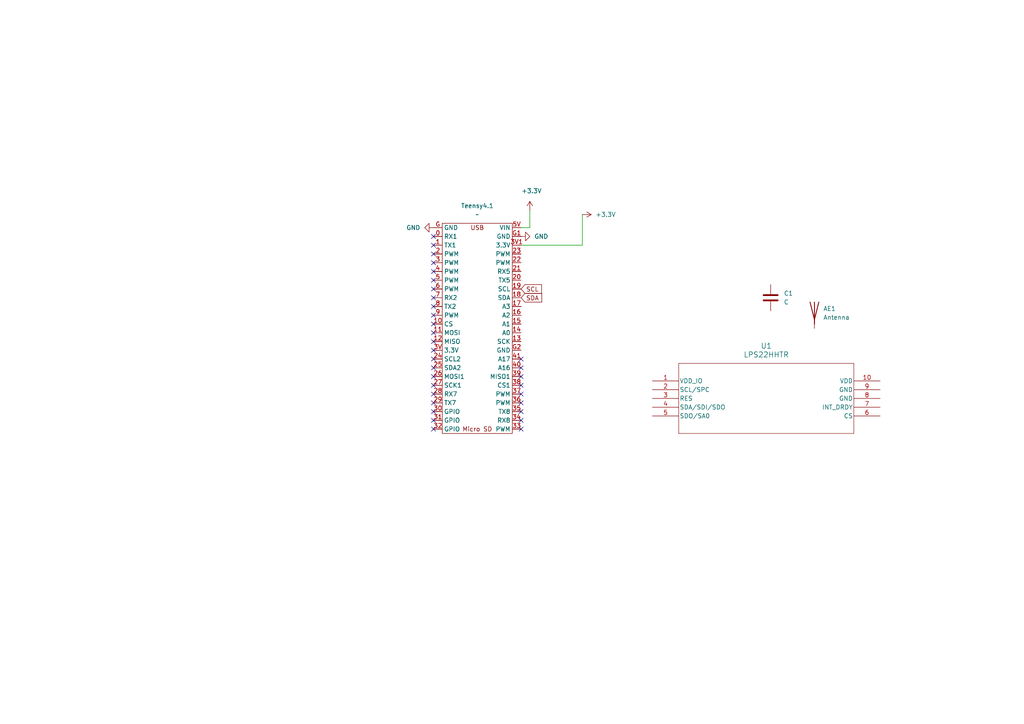
<source format=kicad_sch>
(kicad_sch (version 20250114) (generator "eeschema") (generator_version "9.0")
  (paper "A4")
  (lib_symbols
    (symbol "Device:Antenna" (pin_numbers (hide yes)) (pin_names (offset 1.016) (hide yes))
      (property "Reference" "AE" (at -1.905 1.905 0))
      (property "Value" "Antenna" (at -1.905 0 0))
      (symbol "Antenna_0_1"
        (polyline (pts (xy 0 2.54) (xy 0 -3.81)) (stroke (width 0.254)))
        (polyline (pts (xy 1.27 2.54) (xy 0 -2.54) (xy -1.27 2.54)) (stroke (width 0.254)))
      )
      (symbol "Antenna_1_1"
        (pin input line (at 0 -5.08 90) (length 2.54) (name "A") (number "1"))
      )
    )
    (symbol "Device:C" (pin_numbers (hide yes)) (pin_names (offset 0.254))
      (property "Reference" "C" (at 0.635 2.54 0))
      (property "Value" "C" (at 0.635 -2.54 0))
      (symbol "C_0_1"
        (polyline (pts (xy -2.032 0.762) (xy 2.032 0.762)) (stroke (width 0.508)))
        (polyline (pts (xy -2.032 -0.762) (xy 2.032 -0.762)) (stroke (width 0.508)))
      )
      (symbol "C_1_1"
        (pin passive line (at 0 3.81 270) (length 2.794) (name "~") (number "1"))
        (pin passive line (at 0 -3.81 90) (length 2.794) (name "~") (number "2"))
      )
    )
    (symbol "my-custom-library:LPS22HHTR" (pin_names (offset 0.254))
      (property "Reference" "U" (at 33.02 10.16 0))
      (property "Value" "LPS22HHTR" (at 33.02 7.62 0))
      (symbol "LPS22HHTR_0_1"
        (polyline (pts (xy 7.62 5.08) (xy 7.62 -15.24)) (stroke (width 0.127)))
        (polyline (pts (xy 7.62 -15.24) (xy 58.42 -15.24)) (stroke (width 0.127)))
        (polyline (pts (xy 58.42 5.08) (xy 7.62 5.08)) (stroke (width 0.127)))
        (polyline (pts (xy 58.42 -15.24) (xy 58.42 5.08)) (stroke (width 0.127)))
        (pin power_in line (at 0 0 0) (length 7.62) (name "VDD_IO") (number "1"))
        (pin unspecified line (at 0 -2.54 0) (length 7.62) (name "SCL/SPC") (number "2"))
        (pin unspecified line (at 0 -5.08 0) (length 7.62) (name "RES") (number "3"))
        (pin unspecified line (at 0 -7.62 0) (length 7.62) (name "SDA/SDI/SDO") (number "4"))
        (pin unspecified line (at 0 -10.16 0) (length 7.62) (name "SDO/SA0") (number "5"))
        (pin power_in line (at 66.04 0 180) (length 7.62) (name "VDD") (number "10"))
        (pin power_out line (at 66.04 -2.54 180) (length 7.62) (name "GND") (number "9"))
        (pin power_out line (at 66.04 -5.08 180) (length 7.62) (name "GND") (number "8"))
        (pin unspecified line (at 66.04 -7.62 180) (length 7.62) (name "INT_DRDY") (number "7"))
        (pin unspecified line (at 66.04 -10.16 180) (length 7.62) (name "CS") (number "6"))
      )
    )
    (symbol "my-custom-library:Teensy4.1"
      (property "Reference" "Teensy4.1" (at 0 0 90))
      (symbol "Teensy4.1_0_1"
        (rectangle (start -10.16 30.48) (end 10.16 -30.48))
      )
      (symbol "Teensy4.1_1_1"
        (text "USB" (at 0 29.21 0) (effects (font (size 1.27 1.27))))
        (text "Micro SD" (at 0 -29.21 0) (effects (font (size 1.27 1.27))))
        (pin input line (at -12.7 29.21 0) (length 2.54) (name "GND") (number "G"))
        (pin input line (at -12.7 26.67 0) (length 2.54) (name "RX1") (number "0"))
        (pin input line (at -12.7 24.13 0) (length 2.54) (name "TX1") (number "1"))
        (pin input line (at -12.7 21.59 0) (length 2.54) (name "PWM") (number "2"))
        (pin input line (at -12.7 19.05 0) (length 2.54) (name "PWM") (number "3"))
        (pin input line (at -12.7 16.51 0) (length 2.54) (name "PWM") (number "4"))
        (pin input line (at -12.7 13.97 0) (length 2.54) (name "PWM") (number "5"))
        (pin input line (at -12.7 11.43 0) (length 2.54) (name "PWM") (number "6"))
        (pin input line (at -12.7 8.89 0) (length 2.54) (name "RX2") (number "7"))
        (pin input line (at -12.7 6.35 0) (length 2.54) (name "TX2") (number "8"))
        (pin input line (at -12.7 3.81 0) (length 2.54) (name "PWM") (number "9"))
        (pin input line (at -12.7 1.27 0) (length 2.54) (name "CS") (number "10"))
        (pin input line (at -12.7 -1.27 0) (length 2.54) (name "MOSI") (number "11"))
        (pin input line (at -12.7 -3.81 0) (length 2.54) (name "MISO") (number "12"))
        (pin input line (at -12.7 -6.35 0) (length 2.54) (name "3.3V") (number "3V"))
        (pin input line (at -12.7 -8.89 0) (length 2.54) (name "SCL2") (number "24"))
        (pin input line (at -12.7 -11.43 0) (length 2.54) (name "SDA2") (number "25"))
        (pin input line (at -12.7 -13.97 0) (length 2.54) (name "MOSI1") (number "26"))
        (pin input line (at -12.7 -16.51 0) (length 2.54) (name "SCK1") (number "27"))
        (pin input line (at -12.7 -19.05 0) (length 2.54) (name "RX7") (number "28"))
        (pin input line (at -12.7 -21.59 0) (length 2.54) (name "TX7") (number "29"))
        (pin input line (at -12.7 -24.13 0) (length 2.54) (name "GPIO") (number "30"))
        (pin input line (at -12.7 -26.67 0) (length 2.54) (name "GPIO") (number "31"))
        (pin input line (at -12.7 -29.21 0) (length 2.54) (name "GPIO") (number "32"))
        (pin input line (at 12.7 29.21 180) (length 2.54) (name "VIN") (number "5V"))
        (pin input line (at 12.7 26.67 180) (length 2.54) (name "GND") (number "G1"))
        (pin input line (at 12.7 24.13 180) (length 2.54) (name "3.3V") (number "3V1"))
        (pin input line (at 12.7 21.59 180) (length 2.54) (name "PWM") (number "23"))
        (pin input line (at 12.7 19.05 180) (length 2.54) (name "PWM") (number "22"))
        (pin input line (at 12.7 16.51 180) (length 2.54) (name "RX5") (number "21"))
        (pin input line (at 12.7 13.97 180) (length 2.54) (name "TX5") (number "20"))
        (pin input line (at 12.7 11.43 180) (length 2.54) (name "SCL") (number "19"))
        (pin input line (at 12.7 8.89 180) (length 2.54) (name "SDA") (number "18"))
        (pin input line (at 12.7 6.35 180) (length 2.54) (name "A3") (number "17"))
        (pin input line (at 12.7 3.81 180) (length 2.54) (name "A2") (number "16"))
        (pin input line (at 12.7 1.27 180) (length 2.54) (name "A1") (number "15"))
        (pin input line (at 12.7 -1.27 180) (length 2.54) (name "A0") (number "14"))
        (pin input line (at 12.7 -3.81 180) (length 2.54) (name "SCK") (number "13"))
        (pin input line (at 12.7 -6.35 180) (length 2.54) (name "GND") (number "G2"))
        (pin input line (at 12.7 -8.89 180) (length 2.54) (name "A17") (number "41"))
        (pin input line (at 12.7 -11.43 180) (length 2.54) (name "A16") (number "40"))
        (pin input line (at 12.7 -13.97 180) (length 2.54) (name "MISO1") (number "39"))
        (pin input line (at 12.7 -16.51 180) (length 2.54) (name "CS1") (number "38"))
        (pin input line (at 12.7 -19.05 180) (length 2.54) (name "PWM") (number "37"))
        (pin input line (at 12.7 -21.59 180) (length 2.54) (name "PWM") (number "36"))
        (pin input line (at 12.7 -24.13 180) (length 2.54) (name "TX8") (number "35"))
        (pin input line (at 12.7 -26.67 180) (length 2.54) (name "RX8") (number "34"))
        (pin input line (at 12.7 -29.21 180) (length 2.54) (name "PWM") (number "33"))
      )
    )
    (symbol "power:+3.3V" (power) (pin_numbers (hide yes)) (pin_names (offset 0) (hide yes))
      (property "Value" "+3.3V" (at 0 3.556 0))
      (symbol "+3.3V_0_1"
        (polyline (pts (xy -0.762 1.27) (xy 0 2.54)))
        (polyline (pts (xy 0 2.54) (xy 0.762 1.27)))
        (polyline (pts (xy 0 0) (xy 0 2.54)))
      )
      (symbol "+3.3V_1_1"
        (pin power_in line (at 0 0 90) (length 0) (name "~") (number "1"))
      )
    )
    (symbol "power:GND" (power) (pin_numbers (hide yes)) (pin_names (offset 0) (hide yes))
      (property "Value" "GND" (at 0 -3.81 0))
      (symbol "GND_0_1"
        (polyline (pts (xy 0 0) (xy 0 -1.27) (xy 1.27 -1.27) (xy 0 -2.54) (xy -1.27 -1.27) (xy 0 -1.27)))
      )
      (symbol "GND_1_1"
        (pin power_in line (at 0 0 270) (length 0) (name "~") (number "1"))
      )
    )
  )
  (no_connect (at 125.73 86.36))
  (no_connect (at 151.13 114.3))
  (no_connect (at 151.13 119.38))
  (no_connect (at 125.73 96.52))
  (no_connect (at 125.73 106.68))
  (no_connect (at 125.73 104.14))
  (no_connect (at 125.73 116.84))
  (no_connect (at 151.13 111.76))
  (no_connect (at 125.73 91.44))
  (no_connect (at 125.73 76.2))
  (no_connect (at 125.73 73.66))
  (no_connect (at 125.73 119.38))
  (no_connect (at 125.73 68.58))
  (no_connect (at 125.73 109.22))
  (no_connect (at 125.73 71.12))
  (no_connect (at 125.73 124.46))
  (no_connect (at 151.13 109.22))
  (no_connect (at 125.73 121.92))
  (no_connect (at 125.73 101.6))
  (no_connect (at 125.73 111.76))
  (no_connect (at 151.13 124.46))
  (no_connect (at 125.73 114.3))
  (no_connect (at 125.73 81.28))
  (no_connect (at 125.73 78.74))
  (no_connect (at 151.13 106.68))
  (no_connect (at 125.73 88.9))
  (no_connect (at 151.13 116.84))
  (no_connect (at 151.13 104.14))
  (no_connect (at 125.73 93.98))
  (no_connect (at 125.73 83.82))
  (no_connect (at 125.73 99.06))
  (no_connect (at 151.13 121.92))
  (wire (pts (xy 168.91 62.23) (xy 168.91 71.12)))
  (wire (pts (xy 153.67 60.96) (xy 153.67 66.04)))
  (wire (pts (xy 168.91 71.12) (xy 151.13 71.12)))
  (wire (pts (xy 153.67 66.04) (xy 151.13 66.04)))
  (global_label "SCL" (shape input) (at 151.13 83.82 0) (property "Intersheetrefs" "${INTERSHEET_REFS}" (effects (hide yes))))
  (global_label "SDA" (shape input) (at 151.13 86.36 0) (property "Intersheetrefs" "${INTERSHEET_REFS}" (effects (hide yes))))
  (symbol (lib_id "power:+3.3V") (at 153.67 60.96 0) (unit 1)
    (property "Reference" "#PWR04" (effects (hide yes)))
    (property "Value" "+3.3V" (at 154.178 55.372 0))
    (property "Description" "Power symbol creates a global label with name \"+3.3V\"" (effects (hide yes)))
  )
  (symbol (lib_id "power:GND") (at 151.13 68.58 90) (unit 1)
    (property "Reference" "#PWR01" (effects (hide yes)))
    (property "Value" "GND" (at 154.94 68.5799 90) (effects (justify right)))
    (property "Description" "Power symbol creates a global label with name \"GND\" , ground" (effects (hide yes)))
  )
  (symbol (lib_id "power:+3.3V") (at 168.91 62.23 270) (unit 1)
    (property "Reference" "#PWR02" (effects (hide yes)))
    (property "Value" "+3.3V" (at 172.72 62.2299 90) (effects (justify left)))
    (property "Description" "Power symbol creates a global label with name \"+3.3V\"" (effects (hide yes)))
  )
  (symbol (lib_id "power:GND") (at 125.73 66.04 270) (unit 1)
    (property "Reference" "#PWR03" (effects (hide yes)))
    (property "Value" "GND" (at 121.92 66.0399 90) (effects (justify right)))
    (property "Description" "Power symbol creates a global label with name \"GND\" , ground" (effects (hide yes)))
  )
  (symbol (lib_id "my-custom-library:LPS22HHTR") (at 189.23 110.49 0) (unit 1)
    (property "Reference" "U1" (at 222.25 100.33 0) (effects (font (size 1.524 1.524))))
    (property "Value" "LPS22HHTR" (at 222.25 102.87 0) (effects (font (size 1.524 1.524))))
    (property "Footprint" "HLGA-10L_2X2X0P73_STM" (effects (hide yes)))
    (property "Datasheet" "https://www.st.com/resource/en/datasheet/lps22hh.pdf" (effects (hide yes)))
  )
  (symbol (lib_id "Device:Antenna") (at 236.22 90.17 0) (unit 1)
    (property "Reference" "AE1" (at 238.76 89.5349 0) (effects (justify left)))
    (property "Value" "Antenna" (at 238.76 92.0749 0) (effects (justify left)))
    (property "Description" "Antenna" (effects (hide yes)))
  )
  (symbol (lib_id "my-custom-library:Teensy4.1") (at 138.43 95.25 0) (unit 1)
    (property "Reference" "Teensy4.1" (at 138.43 59.69 0))
    (property "Value" "~" (at 138.43 62.23 0))
    (property "Footprint" "my_footprint_library:teensy" (effects (hide yes)))
  )
  (symbol (lib_id "Device:C") (at 223.52 86.36 0) (unit 1)
    (property "Reference" "C1" (at 227.33 85.0899 0) (effects (justify left)))
    (property "Value" "C" (at 227.33 87.6299 0) (effects (justify left)))
    (property "Description" "Unpolarized capacitor" (effects (hide yes)))
  )
)
</source>
